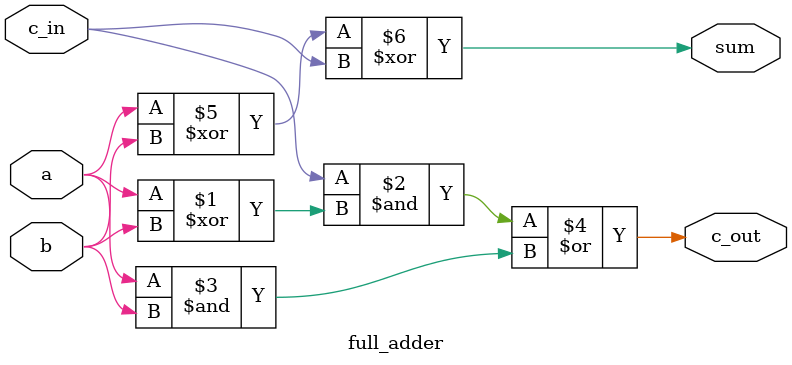
<source format=v>
`timescale 1ns / 1ps


module full_adder(
    input a,
    input b,
    input c_in,
    output c_out,
    output sum
    );

assign c_out = (c_in & (a ^ b)) | (a & b);
assign sum = (a ^ b) ^ c_in;

endmodule

</source>
